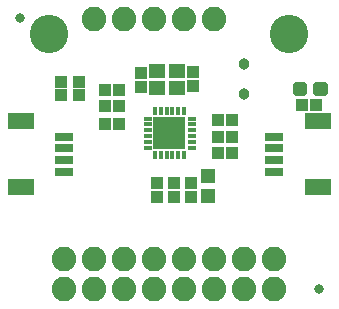
<source format=gts>
G75*
%MOIN*%
%OFA0B0*%
%FSLAX25Y25*%
%IPPOS*%
%LPD*%
%AMOC8*
5,1,8,0,0,1.08239X$1,22.5*
%
%ADD10R,0.08674X0.05524*%
%ADD11R,0.06115X0.03162*%
%ADD12R,0.01784X0.02965*%
%ADD13R,0.02965X0.01784*%
%ADD14R,0.11036X0.11036*%
%ADD15C,0.08200*%
%ADD16C,0.12800*%
%ADD17C,0.03300*%
%ADD18R,0.04343X0.04146*%
%ADD19R,0.04146X0.04343*%
%ADD20R,0.04737X0.05131*%
%ADD21R,0.05524X0.05131*%
%ADD22C,0.01990*%
%ADD23C,0.03800*%
D10*
X0121865Y0101976D03*
X0121865Y0124024D03*
X0220802Y0124024D03*
X0220802Y0101976D03*
D11*
X0206333Y0107094D03*
X0206333Y0111031D03*
X0206333Y0114969D03*
X0206333Y0118906D03*
X0136333Y0118906D03*
X0136333Y0114969D03*
X0136333Y0111031D03*
X0136333Y0107094D03*
D12*
X0166412Y0112717D03*
X0168381Y0112717D03*
X0170349Y0112717D03*
X0172318Y0112717D03*
X0174286Y0112717D03*
X0176255Y0112717D03*
X0176255Y0127480D03*
X0174286Y0127480D03*
X0172318Y0127480D03*
X0170349Y0127480D03*
X0168381Y0127480D03*
X0166412Y0127480D03*
D13*
X0164050Y0124921D03*
X0164050Y0122953D03*
X0164050Y0120984D03*
X0164050Y0119016D03*
X0164050Y0117047D03*
X0164050Y0115079D03*
X0178814Y0115079D03*
X0178814Y0117047D03*
X0178814Y0119016D03*
X0178814Y0120984D03*
X0178814Y0122953D03*
X0178814Y0124921D03*
D14*
X0171333Y0120000D03*
D15*
X0136333Y0068000D03*
X0146333Y0068000D03*
X0156333Y0068000D03*
X0166333Y0068000D03*
X0176333Y0068000D03*
X0186333Y0068000D03*
X0196333Y0068000D03*
X0206333Y0068000D03*
X0206333Y0078000D03*
X0196333Y0078000D03*
X0186333Y0078000D03*
X0176333Y0078000D03*
X0166333Y0078000D03*
X0156333Y0078000D03*
X0146333Y0078000D03*
X0136333Y0078000D03*
X0146333Y0158000D03*
X0156333Y0158000D03*
X0166333Y0158000D03*
X0176333Y0158000D03*
X0186333Y0158000D03*
D16*
X0211333Y0153000D03*
X0131333Y0153000D03*
D17*
X0121433Y0158300D03*
X0221333Y0068000D03*
D18*
X0178433Y0098917D03*
X0178433Y0103483D03*
X0172933Y0103483D03*
X0167333Y0103483D03*
X0167333Y0098917D03*
X0172933Y0098917D03*
X0141333Y0132617D03*
X0141333Y0137183D03*
X0135133Y0137183D03*
X0135133Y0132617D03*
X0161733Y0135600D03*
X0161733Y0140167D03*
X0179233Y0140300D03*
X0179233Y0135733D03*
D19*
X0187450Y0124300D03*
X0192017Y0124300D03*
X0192017Y0118900D03*
X0187450Y0118900D03*
X0187450Y0113500D03*
X0192017Y0113500D03*
X0215450Y0129600D03*
X0220017Y0129600D03*
X0154517Y0129000D03*
X0149950Y0129000D03*
X0149950Y0134600D03*
X0154517Y0134600D03*
X0154517Y0123100D03*
X0149950Y0123100D03*
D20*
X0184233Y0105846D03*
X0184233Y0099154D03*
D21*
X0173796Y0135183D03*
X0167103Y0135183D03*
X0167103Y0140695D03*
X0173796Y0140695D03*
D22*
X0216154Y0136173D02*
X0216154Y0133427D01*
X0213408Y0133427D01*
X0213408Y0136173D01*
X0216154Y0136173D01*
X0216154Y0135317D02*
X0213408Y0135317D01*
X0223059Y0136173D02*
X0223059Y0133427D01*
X0220313Y0133427D01*
X0220313Y0136173D01*
X0223059Y0136173D01*
X0223059Y0135317D02*
X0220313Y0135317D01*
D23*
X0196333Y0133000D03*
X0196333Y0143000D03*
M02*

</source>
